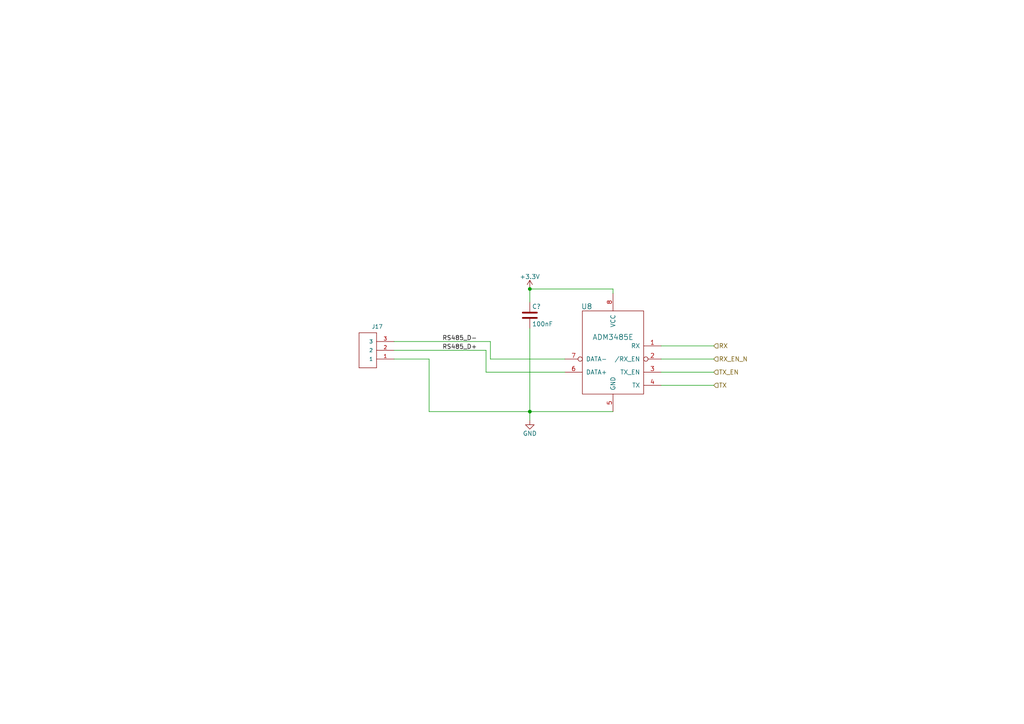
<source format=kicad_sch>
(kicad_sch (version 20230121) (generator eeschema)
  (paper "A4")
  (title_block (title "RS485 interface") (date "2024-11-02") (rev "v1") (company "plan44.ch") (comment 1 "© 2024 by luz/plan44.ch"))
  (lib_symbols
    (symbol "Device:C" (pin_numbers hide) (pin_names (offset 0.254))
      (property "Reference" "C" (at 0.635 2.54 0))
      (property "Value" "C" (at 0.635 -2.54 0))
      (symbol "C_0_1"
        (polyline (pts (xy -2.032 -0.762) (xy 2.032 -0.762)) (stroke (width 0.508)))
        (polyline (pts (xy -2.032 0.762) (xy 2.032 0.762)) (stroke (width 0.508)))
      )
      (symbol "C_1_1"
        (pin passive line (at 0 3.81 270) (length 2.794) (name "~") (number "1"))
        (pin passive line (at 0 -3.81 90) (length 2.794) (name "~") (number "2"))
      )
    )
    (symbol "plan44:ADM3485E" (pin_names (offset 1.016))
      (property "Reference" "U" (at -1.27 1.27 0))
      (property "Value" "ADM3485E" (at -1.27 3.81 0))
      (symbol "ADM3485E_0_1"
        (rectangle (start 7.62 10.16) (end -10.16 -13.97))
      )
      (symbol "ADM3485E_1_1"
        (pin output line (at -15.24 0 0) (length 5.08) (name "RX") (number "1"))
        (pin input inverted (at -15.24 -3.81 0) (length 5.08) (name "/RX_EN") (number "2"))
        (pin input line (at -15.24 -7.62 0) (length 5.08) (name "TX_EN") (number "3"))
        (pin input line (at -15.24 -11.43 0) (length 5.08) (name "TX") (number "4"))
        (pin input line (at -1.27 -19.05 90) (length 5.08) (name "GND") (number "5"))
        (pin bidirectional line (at 12.7 -7.62 180) (length 5.08) (name "DATA+") (number "6"))
        (pin bidirectional inverted (at 12.7 -3.81 180) (length 5.08) (name "DATA-") (number "7"))
        (pin power_in line (at -1.27 15.24 270) (length 5.08) (name "VCC") (number "8"))
      )
    )
    (symbol "plan44:TermBlock-3P" (pin_names (offset 1.016))
      (property "Reference" "J" (at -3.81 3.81 0))
      (symbol "TermBlock-3P_1_0"
        (polyline (pts (xy -2.54 -7.62) (xy 2.54 -7.62)))
        (polyline (pts (xy -2.54 2.54) (xy -2.54 -7.62)))
        (polyline (pts (xy 2.54 -7.62) (xy 2.54 2.54)))
        (polyline (pts (xy 2.54 2.54) (xy -2.54 2.54)))
      )
      (symbol "TermBlock-3P_1_1"
        (pin passive line (at -7.62 0 0) (length 5.08) (name "1") (number "1"))
        (pin passive line (at -7.62 -2.54 0) (length 5.08) (name "2") (number "2"))
        (pin passive line (at -7.62 -5.08 0) (length 5.08) (name "3") (number "3"))
      )
    )
    (symbol "power:+3.3V" (power) (pin_names (offset 0))
      (property "Value" "+3.3V" (at 0 3.556 0))
      (symbol "+3.3V_0_1"
        (polyline (pts (xy -0.762 1.27) (xy 0 2.54)))
        (polyline (pts (xy 0 0) (xy 0 2.54)))
        (polyline (pts (xy 0 2.54) (xy 0.762 1.27)))
      )
      (symbol "+3.3V_1_1"
        (pin power_in line (at 0 0 90) (length 0) hide (name "+3.3V") (number "1"))
      )
    )
    (symbol "power:GND" (power) (pin_names (offset 0))
      (property "Value" "GND" (at 0 -3.81 0))
      (symbol "GND_0_1"
        (polyline (pts (xy 0 0) (xy 0 -1.27) (xy 1.27 -1.27) (xy 0 -2.54) (xy -1.27 -1.27) (xy 0 -1.27)))
      )
      (symbol "GND_1_1"
        (pin power_in line (at 0 0 270) (length 0) hide (name "GND") (number "1"))
      )
    )
  )
  (junction (at 153.67 83.82))
  (junction (at 153.67 119.38))
  (wire (pts (xy 124.46 104.14) (xy 124.46 119.38)))
  (wire (pts (xy 153.67 83.82) (xy 153.67 87.63)))
  (wire (pts (xy 142.24 99.06) (xy 114.3 99.06)))
  (wire (pts (xy 140.97 101.6) (xy 140.97 107.95)))
  (wire (pts (xy 163.83 104.14) (xy 142.24 104.14)))
  (wire (pts (xy 177.8 119.38) (xy 153.67 119.38)))
  (wire (pts (xy 114.3 104.14) (xy 124.46 104.14)))
  (wire (pts (xy 140.97 107.95) (xy 163.83 107.95)))
  (wire (pts (xy 177.8 85.09) (xy 177.8 83.82)))
  (wire (pts (xy 191.77 111.76) (xy 207.01 111.76)))
  (wire (pts (xy 114.3 101.6) (xy 140.97 101.6)))
  (wire (pts (xy 142.24 104.14) (xy 142.24 99.06)))
  (wire (pts (xy 124.46 119.38) (xy 153.67 119.38)))
  (wire (pts (xy 191.77 100.33) (xy 207.01 100.33)))
  (wire (pts (xy 191.77 104.14) (xy 207.01 104.14)))
  (wire (pts (xy 191.77 107.95) (xy 207.01 107.95)))
  (wire (pts (xy 153.67 119.38) (xy 153.67 95.25)))
  (wire (pts (xy 153.67 119.38) (xy 153.67 121.92)))
  (wire (pts (xy 177.8 83.82) (xy 153.67 83.82)))
  (label "RS485_D+" (at 128.27 101.6 0))
  (label "RS485_D-" (at 128.27 99.06 0))
  (hierarchical_label "TX_EN" (shape input) (at 207.01 107.95 0))
  (hierarchical_label "TX" (shape input) (at 207.01 111.76 0))
  (hierarchical_label "RX" (shape input) (at 207.01 100.33 0))
  (hierarchical_label "RX_EN_N" (shape input) (at 207.01 104.14 0))
  (symbol (lib_id "plan44:ADM3485E") (at 176.53 100.33 0) (mirror y) (unit 1)
    (property "Reference" "U8" (at 170.18 88.9 0) (effects (font (size 1.524 1.524))))
    (property "Value" "ADM3485E" (at 177.8 97.79 0) (effects (font (size 1.524 1.524))))
    (property "Footprint" "Package_SO:SOIC-8_3.9x4.9mm_P1.27mm" (effects hide))
    (property "MPN" "ADM3485EARZ" (effects hide))
    (property "SKU" "584-ADM3485EARZ" (effects hide))
    (property "SKU2" "173-21-876" (effects hide))
    (property "Vendor" "mouser.ch" (effects hide))
    (property "Vendor2" "distrelec.ch" (effects hide))
    (property "Module" "RS485" (effects hide))
    (property "Purpose" "Line Driver" (effects hide))
    (property "SternDMX" "yes" (effects hide))
  )
  (symbol (lib_id "Device:C") (at 153.67 91.44 0) (unit 1)
    (property "Reference" "C?" (at 154.305 88.9 0) (effects (justify left)))
    (property "Value" "100nF" (at 154.305 93.98 0) (effects (justify left)))
    (property "Footprint" "Capacitor_SMD:C_1206_3216Metric" (effects hide))
    (property "SKU" "300-86-868" (effects hide))
    (property "Vendor" "distrelec.ch" (effects hide))
    (property "Module" "RS485" (effects hide))
    (property "Purpose" "ADM3485E bulk cap" (effects hide))
    (property "SternDMX" "yes" (effects hide))
    (instances (project "p44ioshield2" (path "" (reference "C?") (unit 1)) (path "" (reference "C17") (unit 1))) (project "p44mini_lx" (path "" (reference "C7") (unit 1))))
  )
  (symbol (lib_id "power:GND") (at 153.67 121.92 0) (unit 1)
    (property "Reference" "#PWR?" (effects hide))
    (property "Value" "GND" (at 153.67 125.73 0))
    (instances (project "p44ioshield2" (path "" (reference "#PWR?") (unit 1)) (path "" (reference "#PWR029") (unit 1))) (project "p44mini_lx" (path "" (reference "#PWR0104") (unit 1))))
  )
  (symbol (lib_id "power:+3.3V") (at 153.67 83.82 0) (unit 1)
    (property "Reference" "#PWR?" (effects hide))
    (property "Value" "+3.3V" (at 153.67 80.264 0))
    (instances (project "p44ioshield2" (path "" (reference "#PWR?") (unit 1)) (path "" (reference "#PWR011") (unit 1))) (project "p44mini_lx" (path "" (reference "#PWR0103") (unit 1))))
  )
  (symbol (lib_id "plan44:TermBlock-3P") (at 106.68 104.14 180) (unit 1)
    (property "Reference" "J17" (at 109.4232 94.742 0) (effects (font (size 1.143 1.143))))
    (property "Value" "TermBlock-3P-381" (effects hide))
    (property "Footprint" "Connector_Phoenix_MC:PhoenixContact_MC_1,5_3-G-3.81_1x03_P3.81mm_Horizontal" (effects hide))
    (property "SKU" "300-43-026" (effects hide))
    (property "Vendor" "distrelec.ch" (effects hide))
    (property "Module" "RS485" (effects hide))
    (property "SternDMX" "yes" (effects hide))
  )
)
</source>
